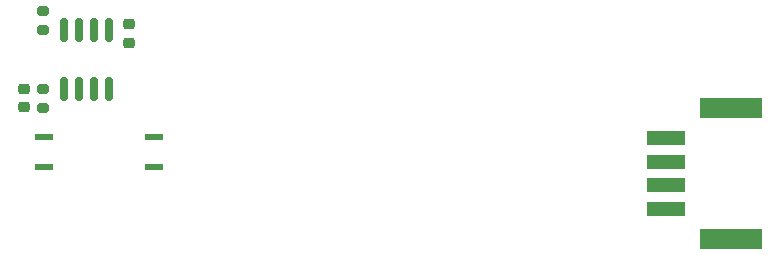
<source format=gbr>
%TF.GenerationSoftware,KiCad,Pcbnew,8.0.0*%
%TF.CreationDate,2024-06-25T20:42:34+02:00*%
%TF.ProjectId,FT24-AMS_Slave-Piggy,46543234-2d41-44d5-935f-536c6176652d,rev?*%
%TF.SameCoordinates,Original*%
%TF.FileFunction,Paste,Top*%
%TF.FilePolarity,Positive*%
%FSLAX46Y46*%
G04 Gerber Fmt 4.6, Leading zero omitted, Abs format (unit mm)*
G04 Created by KiCad (PCBNEW 8.0.0) date 2024-06-25 20:42:34*
%MOMM*%
%LPD*%
G01*
G04 APERTURE LIST*
G04 Aperture macros list*
%AMRoundRect*
0 Rectangle with rounded corners*
0 $1 Rounding radius*
0 $2 $3 $4 $5 $6 $7 $8 $9 X,Y pos of 4 corners*
0 Add a 4 corners polygon primitive as box body*
4,1,4,$2,$3,$4,$5,$6,$7,$8,$9,$2,$3,0*
0 Add four circle primitives for the rounded corners*
1,1,$1+$1,$2,$3*
1,1,$1+$1,$4,$5*
1,1,$1+$1,$6,$7*
1,1,$1+$1,$8,$9*
0 Add four rect primitives between the rounded corners*
20,1,$1+$1,$2,$3,$4,$5,0*
20,1,$1+$1,$4,$5,$6,$7,0*
20,1,$1+$1,$6,$7,$8,$9,0*
20,1,$1+$1,$8,$9,$2,$3,0*%
G04 Aperture macros list end*
%ADD10RoundRect,0.200000X0.275000X-0.200000X0.275000X0.200000X-0.275000X0.200000X-0.275000X-0.200000X0*%
%ADD11RoundRect,0.225000X0.250000X-0.225000X0.250000X0.225000X-0.250000X0.225000X-0.250000X-0.225000X0*%
%ADD12RoundRect,0.150000X-0.150000X0.825000X-0.150000X-0.825000X0.150000X-0.825000X0.150000X0.825000X0*%
%ADD13RoundRect,0.200000X-0.275000X0.200000X-0.275000X-0.200000X0.275000X-0.200000X0.275000X0.200000X0*%
%ADD14R,3.200000X1.200000*%
%ADD15R,5.300000X1.700000*%
%ADD16R,1.524000X0.558800*%
G04 APERTURE END LIST*
D10*
%TO.C,R2*%
X131500000Y-95975000D03*
X131500000Y-94325000D03*
%TD*%
D11*
%TO.C,C1*%
X129900000Y-95925000D03*
X129900000Y-94375000D03*
%TD*%
%TO.C,C2*%
X138800000Y-90425000D03*
X138800000Y-88875000D03*
%TD*%
D12*
%TO.C,IC1*%
X137105000Y-89375000D03*
X135835000Y-89375000D03*
X134565000Y-89375000D03*
X133295000Y-89375000D03*
X133295000Y-94325000D03*
X134565000Y-94325000D03*
X135835000Y-94325000D03*
X137105000Y-94325000D03*
%TD*%
D13*
%TO.C,R1*%
X131500000Y-87725000D03*
X131500000Y-89375000D03*
%TD*%
D14*
%TO.C,J1*%
X184235000Y-98500000D03*
X184235000Y-100500000D03*
X184235000Y-102500000D03*
X184235000Y-104500000D03*
D15*
X189715000Y-107050000D03*
X189715000Y-95950000D03*
%TD*%
D16*
%TO.C,SW1*%
X131603600Y-98410000D03*
X131603600Y-100950000D03*
X140900000Y-100950000D03*
X140900000Y-98410000D03*
%TD*%
M02*

</source>
